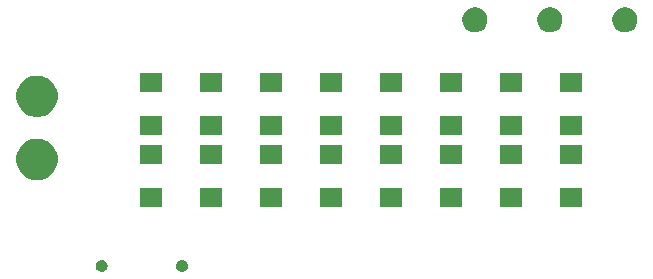
<source format=gbr>
G04 #@! TF.GenerationSoftware,KiCad,Pcbnew,(5.1.2)-2*
G04 #@! TF.CreationDate,2019-06-19T11:54:50-04:00*
G04 #@! TF.ProjectId,binary_counter,62696e61-7279-45f6-936f-756e7465722e,rev?*
G04 #@! TF.SameCoordinates,Original*
G04 #@! TF.FileFunction,Soldermask,Bot*
G04 #@! TF.FilePolarity,Negative*
%FSLAX46Y46*%
G04 Gerber Fmt 4.6, Leading zero omitted, Abs format (unit mm)*
G04 Created by KiCad (PCBNEW (5.1.2)-2) date 2019-06-19 11:54:50*
%MOMM*%
%LPD*%
G04 APERTURE LIST*
%ADD10C,0.100000*%
G04 APERTURE END LIST*
D10*
G36*
X117035740Y-124476626D02*
G01*
X117084136Y-124486253D01*
X117121902Y-124501896D01*
X117175311Y-124524019D01*
X117175312Y-124524020D01*
X117257369Y-124578848D01*
X117327152Y-124648631D01*
X117327153Y-124648633D01*
X117381981Y-124730689D01*
X117419747Y-124821865D01*
X117439000Y-124918655D01*
X117439000Y-125017345D01*
X117419747Y-125114135D01*
X117381981Y-125205311D01*
X117381980Y-125205312D01*
X117327152Y-125287369D01*
X117257369Y-125357152D01*
X117216062Y-125384752D01*
X117175311Y-125411981D01*
X117121902Y-125434104D01*
X117084136Y-125449747D01*
X117035740Y-125459374D01*
X116987345Y-125469000D01*
X116888655Y-125469000D01*
X116840260Y-125459374D01*
X116791864Y-125449747D01*
X116754098Y-125434104D01*
X116700689Y-125411981D01*
X116659938Y-125384752D01*
X116618631Y-125357152D01*
X116548848Y-125287369D01*
X116494020Y-125205312D01*
X116494019Y-125205311D01*
X116456253Y-125114135D01*
X116437000Y-125017345D01*
X116437000Y-124918655D01*
X116456253Y-124821865D01*
X116494019Y-124730689D01*
X116548847Y-124648633D01*
X116548848Y-124648631D01*
X116618631Y-124578848D01*
X116700688Y-124524020D01*
X116700689Y-124524019D01*
X116754098Y-124501896D01*
X116791864Y-124486253D01*
X116840260Y-124476626D01*
X116888655Y-124467000D01*
X116987345Y-124467000D01*
X117035740Y-124476626D01*
X117035740Y-124476626D01*
G37*
G36*
X110235740Y-124476626D02*
G01*
X110284136Y-124486253D01*
X110321902Y-124501896D01*
X110375311Y-124524019D01*
X110375312Y-124524020D01*
X110457369Y-124578848D01*
X110527152Y-124648631D01*
X110527153Y-124648633D01*
X110581981Y-124730689D01*
X110619747Y-124821865D01*
X110639000Y-124918655D01*
X110639000Y-125017345D01*
X110619747Y-125114135D01*
X110581981Y-125205311D01*
X110581980Y-125205312D01*
X110527152Y-125287369D01*
X110457369Y-125357152D01*
X110416062Y-125384752D01*
X110375311Y-125411981D01*
X110321902Y-125434104D01*
X110284136Y-125449747D01*
X110235740Y-125459374D01*
X110187345Y-125469000D01*
X110088655Y-125469000D01*
X110040260Y-125459374D01*
X109991864Y-125449747D01*
X109954098Y-125434104D01*
X109900689Y-125411981D01*
X109859938Y-125384752D01*
X109818631Y-125357152D01*
X109748848Y-125287369D01*
X109694020Y-125205312D01*
X109694019Y-125205311D01*
X109656253Y-125114135D01*
X109637000Y-125017345D01*
X109637000Y-124918655D01*
X109656253Y-124821865D01*
X109694019Y-124730689D01*
X109748847Y-124648633D01*
X109748848Y-124648631D01*
X109818631Y-124578848D01*
X109900688Y-124524020D01*
X109900689Y-124524019D01*
X109954098Y-124501896D01*
X109991864Y-124486253D01*
X110040260Y-124476626D01*
X110088655Y-124467000D01*
X110187345Y-124467000D01*
X110235740Y-124476626D01*
X110235740Y-124476626D01*
G37*
G36*
X130491000Y-119949000D02*
G01*
X128589000Y-119949000D01*
X128589000Y-118347000D01*
X130491000Y-118347000D01*
X130491000Y-119949000D01*
X130491000Y-119949000D01*
G37*
G36*
X125411000Y-119949000D02*
G01*
X123509000Y-119949000D01*
X123509000Y-118347000D01*
X125411000Y-118347000D01*
X125411000Y-119949000D01*
X125411000Y-119949000D01*
G37*
G36*
X120331000Y-119949000D02*
G01*
X118429000Y-119949000D01*
X118429000Y-118347000D01*
X120331000Y-118347000D01*
X120331000Y-119949000D01*
X120331000Y-119949000D01*
G37*
G36*
X115251000Y-119949000D02*
G01*
X113349000Y-119949000D01*
X113349000Y-118347000D01*
X115251000Y-118347000D01*
X115251000Y-119949000D01*
X115251000Y-119949000D01*
G37*
G36*
X135571000Y-119949000D02*
G01*
X133669000Y-119949000D01*
X133669000Y-118347000D01*
X135571000Y-118347000D01*
X135571000Y-119949000D01*
X135571000Y-119949000D01*
G37*
G36*
X140651000Y-119949000D02*
G01*
X138749000Y-119949000D01*
X138749000Y-118347000D01*
X140651000Y-118347000D01*
X140651000Y-119949000D01*
X140651000Y-119949000D01*
G37*
G36*
X145731000Y-119949000D02*
G01*
X143829000Y-119949000D01*
X143829000Y-118347000D01*
X145731000Y-118347000D01*
X145731000Y-119949000D01*
X145731000Y-119949000D01*
G37*
G36*
X150811000Y-119949000D02*
G01*
X148909000Y-119949000D01*
X148909000Y-118347000D01*
X150811000Y-118347000D01*
X150811000Y-119949000D01*
X150811000Y-119949000D01*
G37*
G36*
X105045985Y-114247860D02*
G01*
X105158748Y-114270290D01*
X105290741Y-114324963D01*
X105477408Y-114402283D01*
X105764196Y-114593909D01*
X106008091Y-114837804D01*
X106199717Y-115124592D01*
X106331710Y-115443253D01*
X106399000Y-115781540D01*
X106399000Y-116126460D01*
X106331710Y-116464747D01*
X106199717Y-116783408D01*
X106008091Y-117070196D01*
X105764196Y-117314091D01*
X105477408Y-117505717D01*
X105290741Y-117583037D01*
X105158748Y-117637710D01*
X105045985Y-117660140D01*
X104820460Y-117705000D01*
X104475540Y-117705000D01*
X104250015Y-117660140D01*
X104137252Y-117637710D01*
X104005259Y-117583037D01*
X103818592Y-117505717D01*
X103531804Y-117314091D01*
X103287909Y-117070196D01*
X103096283Y-116783408D01*
X102964290Y-116464747D01*
X102897000Y-116126460D01*
X102897000Y-115781540D01*
X102964290Y-115443253D01*
X103096283Y-115124592D01*
X103287909Y-114837804D01*
X103531804Y-114593909D01*
X103818592Y-114402283D01*
X104005259Y-114324963D01*
X104137252Y-114270290D01*
X104250015Y-114247860D01*
X104475540Y-114203000D01*
X104820460Y-114203000D01*
X105045985Y-114247860D01*
X105045985Y-114247860D01*
G37*
G36*
X150811000Y-116349000D02*
G01*
X148909000Y-116349000D01*
X148909000Y-114747000D01*
X150811000Y-114747000D01*
X150811000Y-116349000D01*
X150811000Y-116349000D01*
G37*
G36*
X120331000Y-116349000D02*
G01*
X118429000Y-116349000D01*
X118429000Y-114747000D01*
X120331000Y-114747000D01*
X120331000Y-116349000D01*
X120331000Y-116349000D01*
G37*
G36*
X125411000Y-116349000D02*
G01*
X123509000Y-116349000D01*
X123509000Y-114747000D01*
X125411000Y-114747000D01*
X125411000Y-116349000D01*
X125411000Y-116349000D01*
G37*
G36*
X130491000Y-116349000D02*
G01*
X128589000Y-116349000D01*
X128589000Y-114747000D01*
X130491000Y-114747000D01*
X130491000Y-116349000D01*
X130491000Y-116349000D01*
G37*
G36*
X115251000Y-116349000D02*
G01*
X113349000Y-116349000D01*
X113349000Y-114747000D01*
X115251000Y-114747000D01*
X115251000Y-116349000D01*
X115251000Y-116349000D01*
G37*
G36*
X135571000Y-116349000D02*
G01*
X133669000Y-116349000D01*
X133669000Y-114747000D01*
X135571000Y-114747000D01*
X135571000Y-116349000D01*
X135571000Y-116349000D01*
G37*
G36*
X140651000Y-116349000D02*
G01*
X138749000Y-116349000D01*
X138749000Y-114747000D01*
X140651000Y-114747000D01*
X140651000Y-116349000D01*
X140651000Y-116349000D01*
G37*
G36*
X145731000Y-116349000D02*
G01*
X143829000Y-116349000D01*
X143829000Y-114747000D01*
X145731000Y-114747000D01*
X145731000Y-116349000D01*
X145731000Y-116349000D01*
G37*
G36*
X150811000Y-113853000D02*
G01*
X148909000Y-113853000D01*
X148909000Y-112251000D01*
X150811000Y-112251000D01*
X150811000Y-113853000D01*
X150811000Y-113853000D01*
G37*
G36*
X115251000Y-113853000D02*
G01*
X113349000Y-113853000D01*
X113349000Y-112251000D01*
X115251000Y-112251000D01*
X115251000Y-113853000D01*
X115251000Y-113853000D01*
G37*
G36*
X120331000Y-113853000D02*
G01*
X118429000Y-113853000D01*
X118429000Y-112251000D01*
X120331000Y-112251000D01*
X120331000Y-113853000D01*
X120331000Y-113853000D01*
G37*
G36*
X125411000Y-113853000D02*
G01*
X123509000Y-113853000D01*
X123509000Y-112251000D01*
X125411000Y-112251000D01*
X125411000Y-113853000D01*
X125411000Y-113853000D01*
G37*
G36*
X130491000Y-113853000D02*
G01*
X128589000Y-113853000D01*
X128589000Y-112251000D01*
X130491000Y-112251000D01*
X130491000Y-113853000D01*
X130491000Y-113853000D01*
G37*
G36*
X135571000Y-113853000D02*
G01*
X133669000Y-113853000D01*
X133669000Y-112251000D01*
X135571000Y-112251000D01*
X135571000Y-113853000D01*
X135571000Y-113853000D01*
G37*
G36*
X140651000Y-113853000D02*
G01*
X138749000Y-113853000D01*
X138749000Y-112251000D01*
X140651000Y-112251000D01*
X140651000Y-113853000D01*
X140651000Y-113853000D01*
G37*
G36*
X145731000Y-113853000D02*
G01*
X143829000Y-113853000D01*
X143829000Y-112251000D01*
X145731000Y-112251000D01*
X145731000Y-113853000D01*
X145731000Y-113853000D01*
G37*
G36*
X105045985Y-108907860D02*
G01*
X105158748Y-108930290D01*
X105290741Y-108984963D01*
X105477408Y-109062283D01*
X105764196Y-109253909D01*
X106008091Y-109497804D01*
X106199717Y-109784592D01*
X106331710Y-110103253D01*
X106399000Y-110441540D01*
X106399000Y-110786460D01*
X106331710Y-111124747D01*
X106199717Y-111443408D01*
X106008091Y-111730196D01*
X105764196Y-111974091D01*
X105477408Y-112165717D01*
X105290741Y-112243037D01*
X105158748Y-112297710D01*
X105045985Y-112320140D01*
X104820460Y-112365000D01*
X104475540Y-112365000D01*
X104250015Y-112320140D01*
X104137252Y-112297710D01*
X104005259Y-112243037D01*
X103818592Y-112165717D01*
X103531804Y-111974091D01*
X103287909Y-111730196D01*
X103096283Y-111443408D01*
X102964290Y-111124747D01*
X102897000Y-110786460D01*
X102897000Y-110441540D01*
X102964290Y-110103253D01*
X103096283Y-109784592D01*
X103287909Y-109497804D01*
X103531804Y-109253909D01*
X103818592Y-109062283D01*
X104005259Y-108984963D01*
X104137252Y-108930290D01*
X104250015Y-108907860D01*
X104475540Y-108863000D01*
X104820460Y-108863000D01*
X105045985Y-108907860D01*
X105045985Y-108907860D01*
G37*
G36*
X120331000Y-110253000D02*
G01*
X118429000Y-110253000D01*
X118429000Y-108651000D01*
X120331000Y-108651000D01*
X120331000Y-110253000D01*
X120331000Y-110253000D01*
G37*
G36*
X125411000Y-110253000D02*
G01*
X123509000Y-110253000D01*
X123509000Y-108651000D01*
X125411000Y-108651000D01*
X125411000Y-110253000D01*
X125411000Y-110253000D01*
G37*
G36*
X130491000Y-110253000D02*
G01*
X128589000Y-110253000D01*
X128589000Y-108651000D01*
X130491000Y-108651000D01*
X130491000Y-110253000D01*
X130491000Y-110253000D01*
G37*
G36*
X135571000Y-110253000D02*
G01*
X133669000Y-110253000D01*
X133669000Y-108651000D01*
X135571000Y-108651000D01*
X135571000Y-110253000D01*
X135571000Y-110253000D01*
G37*
G36*
X140651000Y-110253000D02*
G01*
X138749000Y-110253000D01*
X138749000Y-108651000D01*
X140651000Y-108651000D01*
X140651000Y-110253000D01*
X140651000Y-110253000D01*
G37*
G36*
X145731000Y-110253000D02*
G01*
X143829000Y-110253000D01*
X143829000Y-108651000D01*
X145731000Y-108651000D01*
X145731000Y-110253000D01*
X145731000Y-110253000D01*
G37*
G36*
X115251000Y-110253000D02*
G01*
X113349000Y-110253000D01*
X113349000Y-108651000D01*
X115251000Y-108651000D01*
X115251000Y-110253000D01*
X115251000Y-110253000D01*
G37*
G36*
X150811000Y-110253000D02*
G01*
X148909000Y-110253000D01*
X148909000Y-108651000D01*
X150811000Y-108651000D01*
X150811000Y-110253000D01*
X150811000Y-110253000D01*
G37*
G36*
X154673154Y-103106182D02*
G01*
X154741482Y-103119773D01*
X154838027Y-103159764D01*
X154934573Y-103199754D01*
X155108346Y-103315865D01*
X155256135Y-103463654D01*
X155372246Y-103637427D01*
X155452227Y-103830519D01*
X155493000Y-104035499D01*
X155493000Y-104244501D01*
X155452227Y-104449481D01*
X155372246Y-104642573D01*
X155256135Y-104816346D01*
X155108346Y-104964135D01*
X154934573Y-105080246D01*
X154838027Y-105120236D01*
X154741482Y-105160227D01*
X154673154Y-105173818D01*
X154536501Y-105201000D01*
X154327499Y-105201000D01*
X154190846Y-105173818D01*
X154122518Y-105160227D01*
X154025973Y-105120236D01*
X153929427Y-105080246D01*
X153755654Y-104964135D01*
X153607865Y-104816346D01*
X153491754Y-104642573D01*
X153411773Y-104449481D01*
X153371000Y-104244501D01*
X153371000Y-104035499D01*
X153411773Y-103830519D01*
X153491754Y-103637427D01*
X153607865Y-103463654D01*
X153755654Y-103315865D01*
X153929427Y-103199754D01*
X154025973Y-103159763D01*
X154122518Y-103119773D01*
X154190846Y-103106182D01*
X154327499Y-103079000D01*
X154536501Y-103079000D01*
X154673154Y-103106182D01*
X154673154Y-103106182D01*
G37*
G36*
X148323154Y-103106182D02*
G01*
X148391482Y-103119773D01*
X148488027Y-103159764D01*
X148584573Y-103199754D01*
X148758346Y-103315865D01*
X148906135Y-103463654D01*
X149022246Y-103637427D01*
X149102227Y-103830519D01*
X149143000Y-104035499D01*
X149143000Y-104244501D01*
X149102227Y-104449481D01*
X149022246Y-104642573D01*
X148906135Y-104816346D01*
X148758346Y-104964135D01*
X148584573Y-105080246D01*
X148488027Y-105120236D01*
X148391482Y-105160227D01*
X148323154Y-105173818D01*
X148186501Y-105201000D01*
X147977499Y-105201000D01*
X147840846Y-105173818D01*
X147772518Y-105160227D01*
X147675973Y-105120236D01*
X147579427Y-105080246D01*
X147405654Y-104964135D01*
X147257865Y-104816346D01*
X147141754Y-104642573D01*
X147061773Y-104449481D01*
X147021000Y-104244501D01*
X147021000Y-104035499D01*
X147061773Y-103830519D01*
X147141754Y-103637427D01*
X147257865Y-103463654D01*
X147405654Y-103315865D01*
X147579427Y-103199754D01*
X147675973Y-103159763D01*
X147772518Y-103119773D01*
X147840846Y-103106182D01*
X147977499Y-103079000D01*
X148186501Y-103079000D01*
X148323154Y-103106182D01*
X148323154Y-103106182D01*
G37*
G36*
X141973154Y-103106182D02*
G01*
X142041482Y-103119773D01*
X142138027Y-103159764D01*
X142234573Y-103199754D01*
X142408346Y-103315865D01*
X142556135Y-103463654D01*
X142672246Y-103637427D01*
X142752227Y-103830519D01*
X142793000Y-104035499D01*
X142793000Y-104244501D01*
X142752227Y-104449481D01*
X142672246Y-104642573D01*
X142556135Y-104816346D01*
X142408346Y-104964135D01*
X142234573Y-105080246D01*
X142138027Y-105120236D01*
X142041482Y-105160227D01*
X141973154Y-105173818D01*
X141836501Y-105201000D01*
X141627499Y-105201000D01*
X141490846Y-105173818D01*
X141422518Y-105160227D01*
X141325973Y-105120236D01*
X141229427Y-105080246D01*
X141055654Y-104964135D01*
X140907865Y-104816346D01*
X140791754Y-104642573D01*
X140711773Y-104449481D01*
X140671000Y-104244501D01*
X140671000Y-104035499D01*
X140711773Y-103830519D01*
X140791754Y-103637427D01*
X140907865Y-103463654D01*
X141055654Y-103315865D01*
X141229427Y-103199754D01*
X141325973Y-103159763D01*
X141422518Y-103119773D01*
X141490846Y-103106182D01*
X141627499Y-103079000D01*
X141836501Y-103079000D01*
X141973154Y-103106182D01*
X141973154Y-103106182D01*
G37*
M02*

</source>
